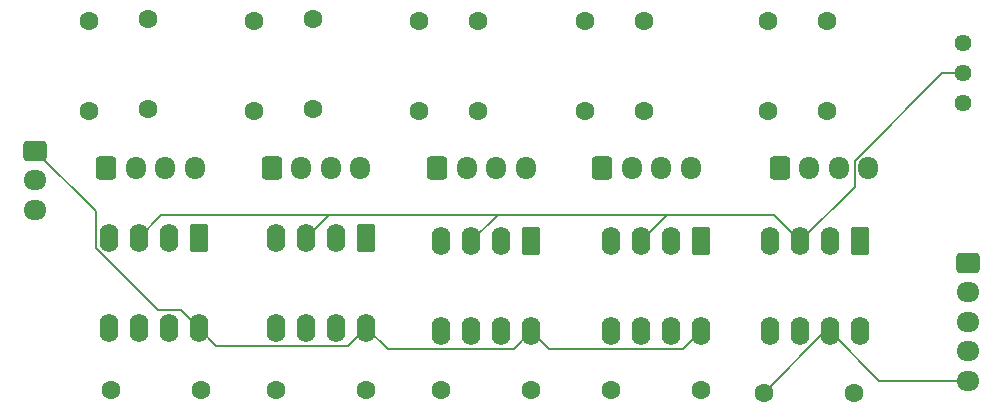
<source format=gbr>
%TF.GenerationSoftware,KiCad,Pcbnew,9.0.2*%
%TF.CreationDate,2025-07-08T21:37:52-07:00*%
%TF.ProjectId,reflectance,7265666c-6563-4746-916e-63652e6b6963,rev?*%
%TF.SameCoordinates,Original*%
%TF.FileFunction,Copper,L2,Bot*%
%TF.FilePolarity,Positive*%
%FSLAX46Y46*%
G04 Gerber Fmt 4.6, Leading zero omitted, Abs format (unit mm)*
G04 Created by KiCad (PCBNEW 9.0.2) date 2025-07-08 21:37:52*
%MOMM*%
%LPD*%
G01*
G04 APERTURE LIST*
G04 Aperture macros list*
%AMRoundRect*
0 Rectangle with rounded corners*
0 $1 Rounding radius*
0 $2 $3 $4 $5 $6 $7 $8 $9 X,Y pos of 4 corners*
0 Add a 4 corners polygon primitive as box body*
4,1,4,$2,$3,$4,$5,$6,$7,$8,$9,$2,$3,0*
0 Add four circle primitives for the rounded corners*
1,1,$1+$1,$2,$3*
1,1,$1+$1,$4,$5*
1,1,$1+$1,$6,$7*
1,1,$1+$1,$8,$9*
0 Add four rect primitives between the rounded corners*
20,1,$1+$1,$2,$3,$4,$5,0*
20,1,$1+$1,$4,$5,$6,$7,0*
20,1,$1+$1,$6,$7,$8,$9,0*
20,1,$1+$1,$8,$9,$2,$3,0*%
G04 Aperture macros list end*
%TA.AperFunction,ComponentPad*%
%ADD10C,1.600000*%
%TD*%
%TA.AperFunction,ComponentPad*%
%ADD11RoundRect,0.250000X-0.600000X-0.725000X0.600000X-0.725000X0.600000X0.725000X-0.600000X0.725000X0*%
%TD*%
%TA.AperFunction,ComponentPad*%
%ADD12O,1.700000X1.950000*%
%TD*%
%TA.AperFunction,ComponentPad*%
%ADD13RoundRect,0.250000X-0.725000X0.600000X-0.725000X-0.600000X0.725000X-0.600000X0.725000X0.600000X0*%
%TD*%
%TA.AperFunction,ComponentPad*%
%ADD14O,1.950000X1.700000*%
%TD*%
%TA.AperFunction,ComponentPad*%
%ADD15RoundRect,0.250000X-0.550000X0.950000X-0.550000X-0.950000X0.550000X-0.950000X0.550000X0.950000X0*%
%TD*%
%TA.AperFunction,ComponentPad*%
%ADD16O,1.600000X2.400000*%
%TD*%
%TA.AperFunction,ComponentPad*%
%ADD17C,1.440000*%
%TD*%
%TA.AperFunction,Conductor*%
%ADD18C,0.200000*%
%TD*%
G04 APERTURE END LIST*
D10*
%TO.P,R14,1*%
%TO.N,+5V*%
X177500000Y-49500000D03*
%TO.P,R14,2*%
%TO.N,Net-(J7-Pin_1)*%
X177500000Y-57120000D03*
%TD*%
D11*
%TO.P,J1,1,Pin_1*%
%TO.N,Net-(J1-Pin_1)*%
X121500000Y-62000000D03*
D12*
%TO.P,J1,2,Pin_2*%
%TO.N,GND*%
X124000000Y-62000000D03*
%TO.P,J1,3,Pin_3*%
%TO.N,Net-(J1-Pin_3)*%
X126500000Y-62000000D03*
%TO.P,J1,4,Pin_4*%
%TO.N,GND*%
X129000000Y-62000000D03*
%TD*%
D10*
%TO.P,R3,1*%
%TO.N,+3V3*%
X129500000Y-80770000D03*
%TO.P,R3,2*%
%TO.N,Net-(J8-Pin_1)*%
X121880000Y-80770000D03*
%TD*%
D13*
%TO.P,J8,1,Pin_1*%
%TO.N,Net-(J8-Pin_1)*%
X194500000Y-70000000D03*
D14*
%TO.P,J8,2,Pin_2*%
%TO.N,Net-(J8-Pin_2)*%
X194500000Y-72500000D03*
%TO.P,J8,3,Pin_3*%
%TO.N,Net-(J8-Pin_3)*%
X194500000Y-75000000D03*
%TO.P,J8,4,Pin_4*%
%TO.N,Net-(J8-Pin_4)*%
X194500000Y-77500000D03*
%TO.P,J8,5,Pin_5*%
%TO.N,Net-(J8-Pin_5)*%
X194500000Y-80000000D03*
%TD*%
D11*
%TO.P,J2,1,Pin_1*%
%TO.N,Net-(J2-Pin_1)*%
X135500000Y-62000000D03*
D12*
%TO.P,J2,2,Pin_2*%
%TO.N,GND*%
X138000000Y-62000000D03*
%TO.P,J2,3,Pin_3*%
%TO.N,Net-(J2-Pin_3)*%
X140500000Y-62000000D03*
%TO.P,J2,4,Pin_4*%
%TO.N,GND*%
X143000000Y-62000000D03*
%TD*%
D10*
%TO.P,R15,1*%
%TO.N,+5V*%
X182500000Y-49500000D03*
%TO.P,R15,2*%
%TO.N,Net-(J7-Pin_3)*%
X182500000Y-57120000D03*
%TD*%
%TO.P,R5,1*%
%TO.N,+5V*%
X134000000Y-49500000D03*
%TO.P,R5,2*%
%TO.N,Net-(J2-Pin_1)*%
X134000000Y-57120000D03*
%TD*%
D15*
%TO.P,U2,1,GND*%
%TO.N,GND*%
X129310000Y-67880000D03*
D16*
%TO.P,U2,2,+*%
%TO.N,Net-(J1-Pin_3)*%
X126770000Y-67880000D03*
%TO.P,U2,3,-*%
%TO.N,Net-(U1--)*%
X124230000Y-67880000D03*
%TO.P,U2,4,V-*%
%TO.N,GND*%
X121690000Y-67880000D03*
%TO.P,U2,5,BAL*%
%TO.N,unconnected-(U2-BAL-Pad5)*%
X121690000Y-75500000D03*
%TO.P,U2,6,STRB*%
%TO.N,unconnected-(U2-STRB-Pad6)*%
X124230000Y-75500000D03*
%TO.P,U2,7*%
%TO.N,Net-(J8-Pin_1)*%
X126770000Y-75500000D03*
%TO.P,U2,8,V+*%
%TO.N,+5V*%
X129310000Y-75500000D03*
%TD*%
D10*
%TO.P,R8,1*%
%TO.N,+5V*%
X148000000Y-49500000D03*
%TO.P,R8,2*%
%TO.N,Net-(J3-Pin_1)*%
X148000000Y-57120000D03*
%TD*%
%TO.P,R7,1*%
%TO.N,+5V*%
X153000000Y-49500000D03*
%TO.P,R7,2*%
%TO.N,Net-(J3-Pin_3)*%
X153000000Y-57120000D03*
%TD*%
D11*
%TO.P,J4,1,Pin_1*%
%TO.N,Net-(J4-Pin_1)*%
X163500000Y-62000000D03*
D12*
%TO.P,J4,2,Pin_2*%
%TO.N,unconnected-(J4-Pin_2-Pad2)*%
X166000000Y-62000000D03*
%TO.P,J4,3,Pin_3*%
%TO.N,Net-(J4-Pin_3)*%
X168500000Y-62000000D03*
%TO.P,J4,4,Pin_4*%
%TO.N,GND*%
X171000000Y-62000000D03*
%TD*%
D10*
%TO.P,R1,1*%
%TO.N,+5V*%
X125000000Y-49380000D03*
%TO.P,R1,2*%
%TO.N,Net-(J1-Pin_3)*%
X125000000Y-57000000D03*
%TD*%
%TO.P,R11,1*%
%TO.N,+5V*%
X162000000Y-49500000D03*
%TO.P,R11,2*%
%TO.N,Net-(J4-Pin_1)*%
X162000000Y-57120000D03*
%TD*%
D11*
%TO.P,J3,1,Pin_1*%
%TO.N,Net-(J3-Pin_1)*%
X149500000Y-62000000D03*
D12*
%TO.P,J3,2,Pin_2*%
%TO.N,GND*%
X152000000Y-62000000D03*
%TO.P,J3,3,Pin_3*%
%TO.N,Net-(J3-Pin_3)*%
X154500000Y-62000000D03*
%TO.P,J3,4,Pin_4*%
%TO.N,GND*%
X157000000Y-62000000D03*
%TD*%
D15*
%TO.P,U1,1,GND*%
%TO.N,GND*%
X143500000Y-67880000D03*
D16*
%TO.P,U1,2,+*%
%TO.N,Net-(J2-Pin_3)*%
X140960000Y-67880000D03*
%TO.P,U1,3,-*%
%TO.N,Net-(U1--)*%
X138420000Y-67880000D03*
%TO.P,U1,4,V-*%
%TO.N,GND*%
X135880000Y-67880000D03*
%TO.P,U1,5,BAL*%
%TO.N,unconnected-(U1-BAL-Pad5)*%
X135880000Y-75500000D03*
%TO.P,U1,6,STRB*%
%TO.N,unconnected-(U1-STRB-Pad6)*%
X138420000Y-75500000D03*
%TO.P,U1,7*%
%TO.N,Net-(J8-Pin_2)*%
X140960000Y-75500000D03*
%TO.P,U1,8,V+*%
%TO.N,+5V*%
X143500000Y-75500000D03*
%TD*%
D11*
%TO.P,J7,1,Pin_1*%
%TO.N,Net-(J7-Pin_1)*%
X178500000Y-62000000D03*
D12*
%TO.P,J7,2,Pin_2*%
%TO.N,GND*%
X181000000Y-62000000D03*
%TO.P,J7,3,Pin_3*%
%TO.N,Net-(J7-Pin_3)*%
X183500000Y-62000000D03*
%TO.P,J7,4,Pin_4*%
%TO.N,GND*%
X186000000Y-62000000D03*
%TD*%
D15*
%TO.P,U5,1,GND*%
%TO.N,unconnected-(U5-GND-Pad1)*%
X185310000Y-68190000D03*
D16*
%TO.P,U5,2,+*%
%TO.N,Net-(J7-Pin_3)*%
X182770000Y-68190000D03*
%TO.P,U5,3,-*%
%TO.N,Net-(U1--)*%
X180230000Y-68190000D03*
%TO.P,U5,4,V-*%
%TO.N,unconnected-(U5-V--Pad4)*%
X177690000Y-68190000D03*
%TO.P,U5,5,BAL*%
%TO.N,unconnected-(U5-BAL-Pad5)*%
X177690000Y-75810000D03*
%TO.P,U5,6,STRB*%
%TO.N,unconnected-(U5-STRB-Pad6)*%
X180230000Y-75810000D03*
%TO.P,U5,7*%
%TO.N,Net-(J8-Pin_5)*%
X182770000Y-75810000D03*
%TO.P,U5,8,V+*%
%TO.N,unconnected-(U5-V+-Pad8)*%
X185310000Y-75810000D03*
%TD*%
D10*
%TO.P,R6,1*%
%TO.N,+3V3*%
X143500000Y-80770000D03*
%TO.P,R6,2*%
%TO.N,Net-(J8-Pin_2)*%
X135880000Y-80770000D03*
%TD*%
%TO.P,R12,1*%
%TO.N,+3V3*%
X171810000Y-80770000D03*
%TO.P,R12,2*%
%TO.N,Net-(J8-Pin_4)*%
X164190000Y-80770000D03*
%TD*%
%TO.P,R9,1*%
%TO.N,+3V3*%
X157500000Y-80770000D03*
%TO.P,R9,2*%
%TO.N,Net-(J8-Pin_3)*%
X149880000Y-80770000D03*
%TD*%
D15*
%TO.P,U4,1,GND*%
%TO.N,GND*%
X171810000Y-68190000D03*
D16*
%TO.P,U4,2,+*%
%TO.N,Net-(J4-Pin_3)*%
X169270000Y-68190000D03*
%TO.P,U4,3,-*%
%TO.N,Net-(U1--)*%
X166730000Y-68190000D03*
%TO.P,U4,4,V-*%
%TO.N,GND*%
X164190000Y-68190000D03*
%TO.P,U4,5,BAL*%
%TO.N,unconnected-(U4-BAL-Pad5)*%
X164190000Y-75810000D03*
%TO.P,U4,6,STRB*%
%TO.N,unconnected-(U4-STRB-Pad6)*%
X166730000Y-75810000D03*
%TO.P,U4,7*%
%TO.N,Net-(J8-Pin_4)*%
X169270000Y-75810000D03*
%TO.P,U4,8,V+*%
%TO.N,+5V*%
X171810000Y-75810000D03*
%TD*%
D10*
%TO.P,R2,1*%
%TO.N,+5V*%
X120000000Y-49500000D03*
%TO.P,R2,2*%
%TO.N,Net-(J1-Pin_1)*%
X120000000Y-57120000D03*
%TD*%
%TO.P,R4,1*%
%TO.N,+5V*%
X139000000Y-49380000D03*
%TO.P,R4,2*%
%TO.N,Net-(J2-Pin_3)*%
X139000000Y-57000000D03*
%TD*%
D17*
%TO.P,RV1,1,1*%
%TO.N,+5V*%
X194000000Y-51420000D03*
%TO.P,RV1,2,2*%
%TO.N,Net-(U1--)*%
X194000000Y-53960000D03*
%TO.P,RV1,3,3*%
%TO.N,GND*%
X194000000Y-56500000D03*
%TD*%
D10*
%TO.P,R10,1*%
%TO.N,+5V*%
X167000000Y-49500000D03*
%TO.P,R10,2*%
%TO.N,Net-(J4-Pin_3)*%
X167000000Y-57120000D03*
%TD*%
D13*
%TO.P,J6,1,Pin_1*%
%TO.N,+5V*%
X115500000Y-60500000D03*
D14*
%TO.P,J6,2,Pin_2*%
%TO.N,GND*%
X115500000Y-63000000D03*
%TO.P,J6,3,Pin_3*%
%TO.N,+3V3*%
X115500000Y-65500000D03*
%TD*%
D10*
%TO.P,R16,1*%
%TO.N,+3V3*%
X184810000Y-81000000D03*
%TO.P,R16,2*%
%TO.N,Net-(J8-Pin_5)*%
X177190000Y-81000000D03*
%TD*%
D15*
%TO.P,U3,1,GND*%
%TO.N,GND*%
X157500000Y-68190000D03*
D16*
%TO.P,U3,2,+*%
%TO.N,Net-(J3-Pin_3)*%
X154960000Y-68190000D03*
%TO.P,U3,3,-*%
%TO.N,Net-(U1--)*%
X152420000Y-68190000D03*
%TO.P,U3,4,V-*%
%TO.N,GND*%
X149880000Y-68190000D03*
%TO.P,U3,5,BAL*%
%TO.N,unconnected-(U3-BAL-Pad5)*%
X149880000Y-75810000D03*
%TO.P,U3,6,STRB*%
%TO.N,unconnected-(U3-STRB-Pad6)*%
X152420000Y-75810000D03*
%TO.P,U3,7*%
%TO.N,Net-(J8-Pin_3)*%
X154960000Y-75810000D03*
%TO.P,U3,8,V+*%
%TO.N,+5V*%
X157500000Y-75810000D03*
%TD*%
D18*
%TO.N,+5V*%
X115500000Y-60500000D02*
X120589000Y-65589000D01*
X155999000Y-77311000D02*
X157500000Y-75810000D01*
X143500000Y-75500000D02*
X145311000Y-77311000D01*
X157500000Y-75810000D02*
X159001000Y-77311000D01*
X141999000Y-77001000D02*
X143500000Y-75500000D01*
X120589000Y-65589000D02*
X120589000Y-68736049D01*
X130811000Y-77001000D02*
X141999000Y-77001000D01*
X145311000Y-77311000D02*
X155999000Y-77311000D01*
X127809000Y-73999000D02*
X129310000Y-75500000D01*
X170309000Y-77311000D02*
X171810000Y-75810000D01*
X125851951Y-73999000D02*
X127809000Y-73999000D01*
X120589000Y-68736049D02*
X125851951Y-73999000D01*
X129310000Y-75500000D02*
X130811000Y-77001000D01*
X159001000Y-77311000D02*
X170309000Y-77311000D01*
%TO.N,Net-(U1--)*%
X184849000Y-63571000D02*
X180230000Y-68190000D01*
X178000000Y-65960000D02*
X168960000Y-65960000D01*
X184849000Y-61398240D02*
X184849000Y-63571000D01*
X140340000Y-65960000D02*
X138420000Y-67880000D01*
X166730000Y-68190000D02*
X168960000Y-65960000D01*
X140500000Y-65960000D02*
X140340000Y-65960000D01*
X180230000Y-68190000D02*
X178000000Y-65960000D01*
X154650000Y-65960000D02*
X140500000Y-65960000D01*
X192287240Y-53960000D02*
X184849000Y-61398240D01*
X126150000Y-65960000D02*
X124230000Y-67880000D01*
X140500000Y-65960000D02*
X126150000Y-65960000D01*
X154650000Y-65960000D02*
X152420000Y-68190000D01*
X168960000Y-65960000D02*
X154650000Y-65960000D01*
X194000000Y-53960000D02*
X192287240Y-53960000D01*
%TO.N,Net-(J8-Pin_1)*%
X126770000Y-75300000D02*
X126770000Y-75190000D01*
%TO.N,Net-(J8-Pin_2)*%
X140880000Y-75190000D02*
X140960000Y-75190000D01*
%TO.N,Net-(J8-Pin_3)*%
X154880000Y-75190000D02*
X154960000Y-75190000D01*
%TO.N,Net-(J8-Pin_5)*%
X182380000Y-75810000D02*
X182770000Y-75810000D01*
X182770000Y-75810000D02*
X186960000Y-80000000D01*
X177190000Y-81000000D02*
X182380000Y-75810000D01*
X186960000Y-80000000D02*
X194500000Y-80000000D01*
%TO.N,Net-(J8-Pin_4)*%
X169270000Y-75610000D02*
X169270000Y-75500000D01*
%TD*%
M02*

</source>
